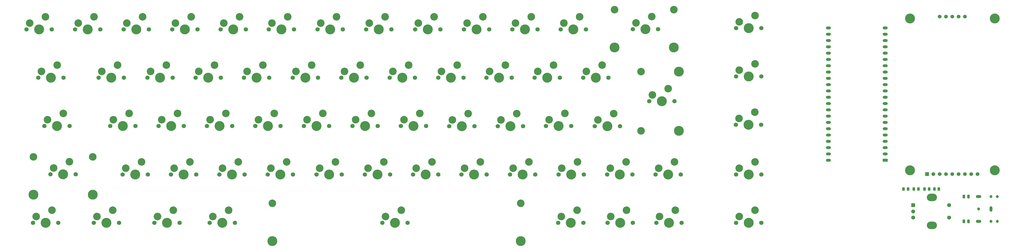
<source format=gbr>
%TF.GenerationSoftware,KiCad,Pcbnew,9.0.3*%
%TF.CreationDate,2025-09-09T09:23:44+09:00*%
%TF.ProjectId,Frekeys,4672656b-6579-4732-9e6b-696361645f70,rev?*%
%TF.SameCoordinates,Original*%
%TF.FileFunction,Soldermask,Top*%
%TF.FilePolarity,Negative*%
%FSLAX46Y46*%
G04 Gerber Fmt 4.6, Leading zero omitted, Abs format (unit mm)*
G04 Created by KiCad (PCBNEW 9.0.3) date 2025-09-09 09:23:44*
%MOMM*%
%LPD*%
G01*
G04 APERTURE LIST*
G04 Aperture macros list*
%AMRoundRect*
0 Rectangle with rounded corners*
0 $1 Rounding radius*
0 $2 $3 $4 $5 $6 $7 $8 $9 X,Y pos of 4 corners*
0 Add a 4 corners polygon primitive as box body*
4,1,4,$2,$3,$4,$5,$6,$7,$8,$9,$2,$3,0*
0 Add four circle primitives for the rounded corners*
1,1,$1+$1,$2,$3*
1,1,$1+$1,$4,$5*
1,1,$1+$1,$6,$7*
1,1,$1+$1,$8,$9*
0 Add four rect primitives between the rounded corners*
20,1,$1+$1,$2,$3,$4,$5,0*
20,1,$1+$1,$4,$5,$6,$7,0*
20,1,$1+$1,$6,$7,$8,$9,0*
20,1,$1+$1,$8,$9,$2,$3,0*%
G04 Aperture macros list end*
%ADD10O,2.200000X1.200000*%
%ADD11O,1.200000X2.200000*%
%ADD12C,1.200000*%
%ADD13C,1.750000*%
%ADD14C,3.050000*%
%ADD15C,4.000000*%
%ADD16R,1.500000X1.500000*%
%ADD17C,1.500000*%
%ADD18RoundRect,0.250000X0.262500X0.450000X-0.262500X0.450000X-0.262500X-0.450000X0.262500X-0.450000X0*%
%ADD19C,3.048000*%
%ADD20C,3.987800*%
%ADD21RoundRect,0.250000X-0.550000X-0.550000X0.550000X-0.550000X0.550000X0.550000X-0.550000X0.550000X0*%
%ADD22C,1.600000*%
%ADD23O,4.100000X3.000000*%
%ADD24RoundRect,0.250000X-0.262500X-0.450000X0.262500X-0.450000X0.262500X0.450000X-0.262500X0.450000X0*%
%ADD25RoundRect,0.250000X0.250000X0.475000X-0.250000X0.475000X-0.250000X-0.475000X0.250000X-0.475000X0*%
%ADD26R,2.000000X1.200000*%
%ADD27O,2.000000X1.200000*%
G04 APERTURE END LIST*
D10*
%TO.C,J1*%
X413000000Y-102000000D03*
D11*
X418000000Y-107000000D03*
D10*
X413000000Y-112000000D03*
D12*
X420500000Y-102000000D03*
X418000000Y-102000000D03*
X413000000Y-107000000D03*
X420500000Y-112000000D03*
X418000000Y-112000000D03*
%TD*%
D13*
%TO.C,SW65*%
X315405000Y-34040000D03*
D14*
X316675000Y-31500000D03*
D15*
X320485000Y-34040000D03*
D14*
X323025000Y-28960000D03*
D13*
X325565000Y-34040000D03*
%TD*%
%TO.C,SW21*%
X87865000Y-93040000D03*
D14*
X89135000Y-90500000D03*
D15*
X92945000Y-93040000D03*
D14*
X95485000Y-87960000D03*
D13*
X98025000Y-93040000D03*
%TD*%
%TO.C,SW8*%
X238865000Y-73540000D03*
D14*
X240135000Y-71000000D03*
D15*
X243945000Y-73540000D03*
D14*
X246485000Y-68460000D03*
D13*
X249025000Y-73540000D03*
%TD*%
%TO.C,SW58*%
X166445000Y-34540000D03*
D14*
X167715000Y-32000000D03*
D15*
X171525000Y-34540000D03*
D14*
X174065000Y-29460000D03*
D13*
X176605000Y-34540000D03*
%TD*%
%TO.C,SW12*%
X63445000Y-73540000D03*
D14*
X64715000Y-71000000D03*
D15*
X68525000Y-73540000D03*
D14*
X71065000Y-68460000D03*
D13*
X73605000Y-73540000D03*
%TD*%
%TO.C,SW18*%
X68785000Y-34540000D03*
D14*
X70055000Y-32000000D03*
D15*
X73865000Y-34540000D03*
D14*
X76405000Y-29460000D03*
D13*
X78945000Y-34540000D03*
%TD*%
D15*
%TO.C,U1*%
X385380000Y-91405420D03*
X419480000Y-91405420D03*
X385380000Y-30205420D03*
X419480000Y-30205420D03*
D16*
X392270000Y-92905420D03*
D17*
X394810000Y-92905420D03*
X397350000Y-92905420D03*
X399890000Y-92905420D03*
X402430000Y-92905420D03*
X404970000Y-92905420D03*
X407510000Y-92905420D03*
X410050000Y-92905420D03*
X412590000Y-92905420D03*
X397350000Y-29385420D03*
X399890000Y-29385420D03*
X402430000Y-29385420D03*
X404970000Y-29385420D03*
X407510000Y-29385420D03*
%TD*%
D13*
%TO.C,SW22*%
X81200000Y-112540000D03*
D14*
X82470000Y-110000000D03*
D15*
X86280000Y-112540000D03*
D14*
X88820000Y-107460000D03*
D13*
X91360000Y-112540000D03*
%TD*%
%TO.C,SW64*%
X280420000Y-63500000D03*
D14*
X281690000Y-60960000D03*
D15*
X285500000Y-63500000D03*
D14*
X288040000Y-58420000D03*
D13*
X290580000Y-63500000D03*
%TD*%
%TO.C,SW39*%
X205785000Y-34540000D03*
D14*
X207055000Y-32000000D03*
D15*
X210865000Y-34540000D03*
D14*
X213405000Y-29460000D03*
D13*
X215945000Y-34540000D03*
%TD*%
%TO.C,SW40*%
X214865000Y-54040000D03*
D14*
X216135000Y-51500000D03*
D15*
X219945000Y-54040000D03*
D14*
X222485000Y-48960000D03*
D13*
X225025000Y-54040000D03*
%TD*%
%TO.C,SW32*%
X219420000Y-73602500D03*
D14*
X220690000Y-71062500D03*
D15*
X224500000Y-73602500D03*
D14*
X227040000Y-68522500D03*
D13*
X229580000Y-73602500D03*
%TD*%
%TO.C,SW9*%
X258450000Y-73580000D03*
D14*
X259720000Y-71040000D03*
D15*
X263530000Y-73580000D03*
D14*
X266070000Y-68500000D03*
D13*
X268610000Y-73580000D03*
%TD*%
%TO.C,SW19*%
X78365000Y-54040000D03*
D14*
X79635000Y-51500000D03*
D15*
X83445000Y-54040000D03*
D14*
X85985000Y-48960000D03*
D13*
X88525000Y-54040000D03*
%TD*%
%TO.C,SW49*%
X315325000Y-73040000D03*
D14*
X316595000Y-70500000D03*
D15*
X320405000Y-73040000D03*
D14*
X322945000Y-67960000D03*
D13*
X325485000Y-73040000D03*
%TD*%
%TO.C,SW13*%
X68365000Y-93040000D03*
D14*
X69635000Y-90500000D03*
D15*
X73445000Y-93040000D03*
D14*
X75985000Y-87960000D03*
D13*
X78525000Y-93040000D03*
%TD*%
%TO.C,SW11*%
X58785000Y-54040000D03*
D14*
X60055000Y-51500000D03*
D15*
X63865000Y-54040000D03*
D14*
X66405000Y-48960000D03*
D13*
X68945000Y-54040000D03*
%TD*%
%TO.C,SW54*%
X263675000Y-112540000D03*
D14*
X264945000Y-110000000D03*
D15*
X268755000Y-112540000D03*
D14*
X271295000Y-107460000D03*
D13*
X273835000Y-112540000D03*
%TD*%
%TO.C,SW29*%
X107365000Y-93040000D03*
D14*
X108635000Y-90500000D03*
D15*
X112445000Y-93040000D03*
D14*
X114985000Y-87960000D03*
D13*
X117525000Y-93040000D03*
%TD*%
%TO.C,SW59*%
X175945000Y-54040000D03*
D14*
X177215000Y-51500000D03*
D15*
X181025000Y-54040000D03*
D14*
X183565000Y-48960000D03*
D13*
X186105000Y-54040000D03*
%TD*%
%TO.C,SW53*%
X165945000Y-93040000D03*
D14*
X167215000Y-90500000D03*
D15*
X171025000Y-93040000D03*
D14*
X173565000Y-87960000D03*
D13*
X176105000Y-93040000D03*
%TD*%
D18*
%TO.C,R1*%
X393092500Y-98947920D03*
X391267500Y-98947920D03*
%TD*%
D13*
%TO.C,SW17*%
X263445000Y-93040000D03*
D14*
X264715000Y-90500000D03*
D15*
X268525000Y-93040000D03*
D14*
X271065000Y-87960000D03*
D13*
X273605000Y-93040000D03*
%TD*%
%TO.C,SW25*%
X282945000Y-93040000D03*
D14*
X284215000Y-90500000D03*
D15*
X288025000Y-93040000D03*
D14*
X290565000Y-87960000D03*
D13*
X293105000Y-93040000D03*
%TD*%
%TO.C,SW63*%
X273840000Y-34500000D03*
D14*
X275110000Y-31960000D03*
D15*
X278920000Y-34500000D03*
D14*
X281460000Y-29420000D03*
D13*
X284000000Y-34500000D03*
%TD*%
%TO.C,SW34*%
X107865000Y-34540000D03*
D14*
X109135000Y-32000000D03*
D15*
X112945000Y-34540000D03*
D14*
X115485000Y-29460000D03*
D13*
X118025000Y-34540000D03*
%TD*%
%TO.C,SW2*%
X29730000Y-34540000D03*
D14*
X31000000Y-32000000D03*
D15*
X34810000Y-34540000D03*
D14*
X37350000Y-29460000D03*
D13*
X39890000Y-34540000D03*
%TD*%
%TO.C,SW52*%
X160945000Y-73540000D03*
D14*
X162215000Y-71000000D03*
D15*
X166025000Y-73540000D03*
D14*
X168565000Y-68460000D03*
D13*
X171105000Y-73540000D03*
%TD*%
%TO.C,SW7*%
X204785000Y-93040000D03*
D14*
X206055000Y-90500000D03*
D15*
X209865000Y-93040000D03*
D14*
X212405000Y-87960000D03*
D13*
X214945000Y-93040000D03*
%TD*%
%TO.C,SW42*%
X127285000Y-34540000D03*
D14*
X128555000Y-32000000D03*
D15*
X132365000Y-34540000D03*
D14*
X134905000Y-29460000D03*
D13*
X137445000Y-34540000D03*
%TD*%
D18*
%TO.C,R4*%
X397005000Y-98947920D03*
X395180000Y-98947920D03*
%TD*%
D13*
%TO.C,SW24*%
X224365000Y-93040000D03*
D14*
X225635000Y-90500000D03*
D15*
X229445000Y-93040000D03*
D14*
X231985000Y-87960000D03*
D13*
X234525000Y-93040000D03*
%TD*%
%TO.C,SW43*%
X136865000Y-54040000D03*
D14*
X138135000Y-51500000D03*
D15*
X141945000Y-54040000D03*
D14*
X144485000Y-48960000D03*
D13*
X147025000Y-54040000D03*
%TD*%
%TO.C,SW61*%
X185285000Y-93040000D03*
D14*
X186555000Y-90500000D03*
D15*
X190365000Y-93040000D03*
D14*
X192905000Y-87960000D03*
D13*
X195445000Y-93040000D03*
%TD*%
%TO.C,SW6*%
X32365000Y-112540000D03*
D14*
X33635000Y-110000000D03*
D15*
X37445000Y-112540000D03*
D14*
X39985000Y-107460000D03*
D13*
X42525000Y-112540000D03*
%TD*%
%TO.C,SW20*%
X82865000Y-73540000D03*
D14*
X84135000Y-71000000D03*
D15*
X87945000Y-73540000D03*
D14*
X90485000Y-68460000D03*
D13*
X93025000Y-73540000D03*
%TD*%
D19*
%TO.C,REF\u002A\u002A*%
X128665000Y-104700050D03*
D20*
X128665000Y-119910050D03*
D19*
X228665000Y-104700050D03*
D20*
X228665000Y-119910050D03*
%TD*%
D13*
%TO.C,SW44*%
X141365000Y-73540000D03*
D14*
X142635000Y-71000000D03*
D15*
X146445000Y-73540000D03*
D14*
X148985000Y-68460000D03*
D13*
X151525000Y-73540000D03*
%TD*%
%TO.C,SW3*%
X34445000Y-54040000D03*
D14*
X35715000Y-51500000D03*
D15*
X39525000Y-54040000D03*
D14*
X42065000Y-48960000D03*
D13*
X44605000Y-54040000D03*
%TD*%
%TO.C,SW50*%
X146865000Y-34540000D03*
D14*
X148135000Y-32000000D03*
D15*
X151945000Y-34540000D03*
D14*
X154485000Y-29460000D03*
D13*
X157025000Y-34540000D03*
%TD*%
D21*
%TO.C,SW1*%
X386680000Y-105447920D03*
D22*
X386680000Y-110447920D03*
X386680000Y-107947920D03*
X401180000Y-105447920D03*
X401180000Y-110447920D03*
D23*
X394180000Y-102347920D03*
X394180000Y-113547920D03*
%TD*%
D19*
%TO.C,REF\u002A\u002A*%
X32482000Y-85975000D03*
D20*
X32482000Y-101185000D03*
D19*
X56358000Y-85975000D03*
D20*
X56358000Y-101185000D03*
%TD*%
D13*
%TO.C,SW23*%
X195445000Y-54040000D03*
D14*
X196715000Y-51500000D03*
D15*
X200525000Y-54040000D03*
D14*
X203065000Y-48960000D03*
D13*
X205605000Y-54040000D03*
%TD*%
%TO.C,SW55*%
X244785000Y-34540000D03*
D14*
X246055000Y-32000000D03*
D15*
X249865000Y-34540000D03*
D14*
X252405000Y-29460000D03*
D13*
X254945000Y-34540000D03*
%TD*%
%TO.C,SW47*%
X225285000Y-34540000D03*
D14*
X226555000Y-32000000D03*
D15*
X230365000Y-34540000D03*
D14*
X232905000Y-29460000D03*
D13*
X235445000Y-34540000D03*
%TD*%
D19*
%TO.C,REF\u002A\u002A*%
X277117550Y-75438000D03*
D20*
X292327550Y-75438000D03*
D19*
X277117550Y-51562000D03*
D20*
X292327550Y-51562000D03*
%TD*%
D24*
%TO.C,R2*%
X386942500Y-98947920D03*
X388767500Y-98947920D03*
%TD*%
D13*
%TO.C,SW38*%
X173005000Y-112540000D03*
D14*
X174275000Y-110000000D03*
D15*
X178085000Y-112540000D03*
D14*
X180625000Y-107460000D03*
D13*
X183165000Y-112540000D03*
%TD*%
%TO.C,SW36*%
X121865000Y-73540000D03*
D14*
X123135000Y-71000000D03*
D15*
X126945000Y-73540000D03*
D14*
X129485000Y-68460000D03*
D13*
X132025000Y-73540000D03*
%TD*%
%TO.C,SW30*%
X103445000Y-112540000D03*
D14*
X104715000Y-110000000D03*
D15*
X108525000Y-112540000D03*
D14*
X111065000Y-107460000D03*
D13*
X113605000Y-112540000D03*
%TD*%
%TO.C,SW26*%
X88365000Y-34540000D03*
D14*
X89635000Y-32000000D03*
D15*
X93445000Y-34540000D03*
D14*
X95985000Y-29460000D03*
D13*
X98525000Y-34540000D03*
%TD*%
%TO.C,SW10*%
X49285000Y-34540000D03*
D14*
X50555000Y-32000000D03*
D15*
X54365000Y-34540000D03*
D14*
X56905000Y-29460000D03*
D13*
X59445000Y-34540000D03*
%TD*%
%TO.C,SW60*%
X180445000Y-73540000D03*
D14*
X181715000Y-71000000D03*
D15*
X185525000Y-73540000D03*
D14*
X188065000Y-68460000D03*
D13*
X190605000Y-73540000D03*
%TD*%
%TO.C,SW35*%
X117285000Y-54040000D03*
D14*
X118555000Y-51500000D03*
D15*
X122365000Y-54040000D03*
D14*
X124905000Y-48960000D03*
D13*
X127445000Y-54040000D03*
%TD*%
%TO.C,SW27*%
X97785000Y-54040000D03*
D14*
X99055000Y-51500000D03*
D15*
X102865000Y-54040000D03*
D14*
X105405000Y-48960000D03*
D13*
X107945000Y-54040000D03*
%TD*%
D19*
%TO.C,REF\u002A\u002A*%
X266439500Y-26660050D03*
D20*
X266439500Y-41870050D03*
D19*
X290315500Y-26660050D03*
D20*
X290315500Y-41870050D03*
%TD*%
D13*
%TO.C,SW51*%
X156445000Y-54040000D03*
D14*
X157715000Y-51500000D03*
D15*
X161525000Y-54040000D03*
D14*
X164065000Y-48960000D03*
D13*
X166605000Y-54040000D03*
%TD*%
%TO.C,SW16*%
X243945000Y-93040000D03*
D14*
X245215000Y-90500000D03*
D15*
X249025000Y-93040000D03*
D14*
X251565000Y-87960000D03*
D13*
X254105000Y-93040000D03*
%TD*%
%TO.C,SW14*%
X56785000Y-112540000D03*
D14*
X58055000Y-110000000D03*
D15*
X61865000Y-112540000D03*
D14*
X64405000Y-107460000D03*
D13*
X66945000Y-112540000D03*
%TD*%
%TO.C,SW41*%
X315405000Y-93040000D03*
D14*
X316675000Y-90500000D03*
D15*
X320485000Y-93040000D03*
D14*
X323025000Y-87960000D03*
D13*
X325565000Y-93040000D03*
%TD*%
%TO.C,SW33*%
X315405000Y-112540000D03*
D14*
X316675000Y-110000000D03*
D15*
X320485000Y-112540000D03*
D14*
X323025000Y-107460000D03*
D13*
X325565000Y-112540000D03*
%TD*%
%TO.C,SW56*%
X253785000Y-54040000D03*
D14*
X255055000Y-51500000D03*
D15*
X258865000Y-54040000D03*
D14*
X261405000Y-48960000D03*
D13*
X263945000Y-54040000D03*
%TD*%
%TO.C,SW48*%
X234285000Y-54040000D03*
D14*
X235555000Y-51500000D03*
D15*
X239365000Y-54040000D03*
D14*
X241905000Y-48960000D03*
D13*
X244445000Y-54040000D03*
%TD*%
%TO.C,SW5*%
X39340000Y-93000000D03*
D14*
X40610000Y-90460000D03*
D15*
X44420000Y-93000000D03*
D14*
X46960000Y-87920000D03*
D13*
X49500000Y-93000000D03*
%TD*%
%TO.C,SW57*%
X315405000Y-53540000D03*
D14*
X316675000Y-51000000D03*
D15*
X320485000Y-53540000D03*
D14*
X323025000Y-48460000D03*
D13*
X325565000Y-53540000D03*
%TD*%
%TO.C,SW31*%
X186175000Y-34580000D03*
D14*
X187445000Y-32040000D03*
D15*
X191255000Y-34580000D03*
D14*
X193795000Y-29500000D03*
D13*
X196335000Y-34580000D03*
%TD*%
%TO.C,SW45*%
X146445000Y-93040000D03*
D14*
X147715000Y-90500000D03*
D15*
X151525000Y-93040000D03*
D14*
X154065000Y-87960000D03*
D13*
X156605000Y-93040000D03*
%TD*%
%TO.C,SW15*%
X199865000Y-73580000D03*
D14*
X201135000Y-71040000D03*
D15*
X204945000Y-73580000D03*
D14*
X207485000Y-68500000D03*
D13*
X210025000Y-73580000D03*
%TD*%
%TO.C,SW28*%
X102365000Y-73540000D03*
D14*
X103635000Y-71000000D03*
D15*
X107445000Y-73540000D03*
D14*
X109985000Y-68460000D03*
D13*
X112525000Y-73540000D03*
%TD*%
D25*
%TO.C,C2*%
X408950000Y-102000000D03*
X407050000Y-102000000D03*
%TD*%
D13*
%TO.C,SW46*%
X243755000Y-112540000D03*
D14*
X245025000Y-110000000D03*
D15*
X248835000Y-112540000D03*
D14*
X251375000Y-107460000D03*
D13*
X253915000Y-112540000D03*
%TD*%
D26*
%TO.C,U2*%
X375360000Y-87340000D03*
D27*
X375360000Y-84800000D03*
X375360000Y-82260000D03*
X375360000Y-79720000D03*
X375360000Y-77180000D03*
X375360000Y-74640000D03*
X375360000Y-72100000D03*
X375360000Y-69560000D03*
X375360000Y-67020000D03*
X375360000Y-64480000D03*
X375360000Y-61940000D03*
X375360000Y-59400000D03*
X375360000Y-56860000D03*
X375360000Y-54320000D03*
X375360000Y-51780000D03*
X375360000Y-49240000D03*
X375360000Y-46700000D03*
X375360000Y-44160000D03*
X375360000Y-41620000D03*
X375363680Y-39082720D03*
X375363680Y-36542720D03*
X375363680Y-34002720D03*
X352500000Y-34000000D03*
X352500000Y-36540000D03*
X352500000Y-39080000D03*
X352500000Y-41620000D03*
X352500000Y-44160000D03*
X352500000Y-46700000D03*
X352500000Y-49240000D03*
X352500000Y-51780000D03*
X352500000Y-54320000D03*
X352500000Y-56860000D03*
X352500000Y-59400000D03*
X352500000Y-61940000D03*
X352500000Y-64480000D03*
X352500000Y-67020000D03*
X352500000Y-69560000D03*
X352500000Y-72100000D03*
X352500000Y-74640000D03*
X352500000Y-77180000D03*
X352500000Y-79720000D03*
X352500000Y-82260000D03*
X352500000Y-84800000D03*
X352500000Y-87340000D03*
%TD*%
D24*
%TO.C,R3*%
X382767500Y-98947920D03*
X384592500Y-98947920D03*
%TD*%
D25*
%TO.C,C1*%
X408950000Y-112000000D03*
X407050000Y-112000000D03*
%TD*%
D13*
%TO.C,SW4*%
X36865000Y-73540000D03*
D14*
X38135000Y-71000000D03*
D15*
X41945000Y-73540000D03*
D14*
X44485000Y-68460000D03*
D13*
X47025000Y-73540000D03*
%TD*%
%TO.C,SW62*%
X283260000Y-112580000D03*
D14*
X284530000Y-110040000D03*
D15*
X288340000Y-112580000D03*
D14*
X290880000Y-107500000D03*
D13*
X293420000Y-112580000D03*
%TD*%
%TO.C,SW37*%
X126785000Y-93040000D03*
D14*
X128055000Y-90500000D03*
D15*
X131865000Y-93040000D03*
D14*
X134405000Y-87960000D03*
D13*
X136945000Y-93040000D03*
%TD*%
M02*

</source>
